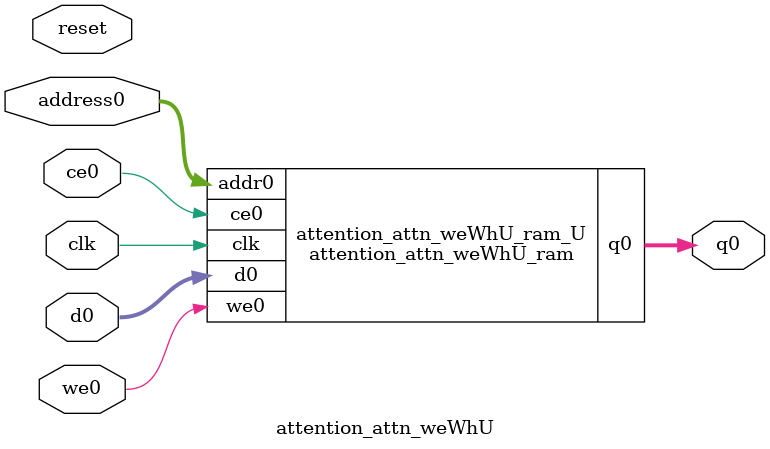
<source format=v>
`timescale 1 ns / 1 ps
module attention_attn_weWhU_ram (addr0, ce0, d0, we0, q0,  clk);

parameter DWIDTH = 32;
parameter AWIDTH = 7;
parameter MEM_SIZE = 96;

input[AWIDTH-1:0] addr0;
input ce0;
input[DWIDTH-1:0] d0;
input we0;
output reg[DWIDTH-1:0] q0;
input clk;

(* ram_style = "block" *)reg [DWIDTH-1:0] ram[0:MEM_SIZE-1];




always @(posedge clk)  
begin 
    if (ce0) begin
        if (we0) 
            ram[addr0] <= d0; 
        q0 <= ram[addr0];
    end
end


endmodule

`timescale 1 ns / 1 ps
module attention_attn_weWhU(
    reset,
    clk,
    address0,
    ce0,
    we0,
    d0,
    q0);

parameter DataWidth = 32'd32;
parameter AddressRange = 32'd96;
parameter AddressWidth = 32'd7;
input reset;
input clk;
input[AddressWidth - 1:0] address0;
input ce0;
input we0;
input[DataWidth - 1:0] d0;
output[DataWidth - 1:0] q0;



attention_attn_weWhU_ram attention_attn_weWhU_ram_U(
    .clk( clk ),
    .addr0( address0 ),
    .ce0( ce0 ),
    .we0( we0 ),
    .d0( d0 ),
    .q0( q0 ));

endmodule


</source>
